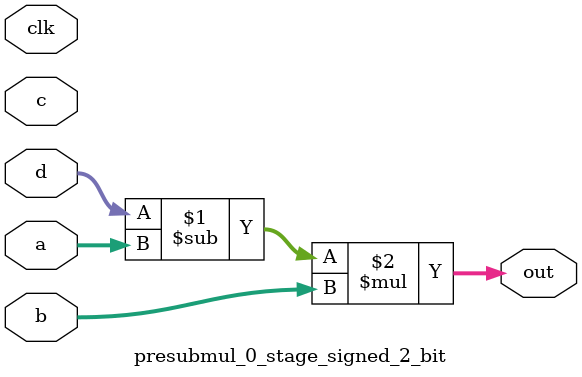
<source format=sv>
(* use_dsp = "yes" *) module presubmul_0_stage_signed_2_bit(
	input signed [1:0] a,
	input signed [1:0] b,
	input signed [1:0] c,
	input signed [1:0] d,
	output [1:0] out,
	input clk);

	assign out = (d - a) * b;
endmodule

</source>
